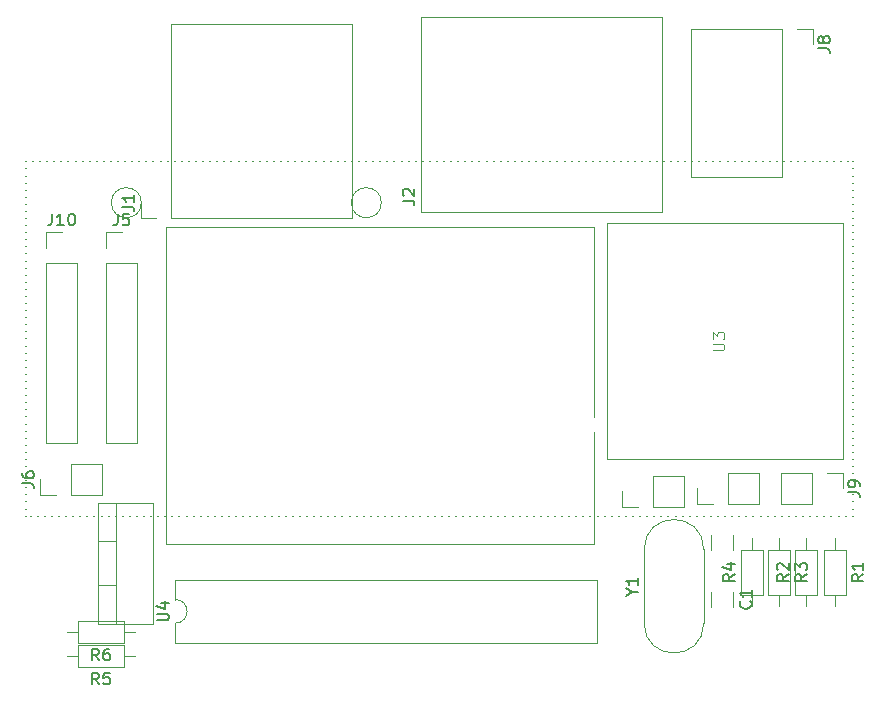
<source format=gbr>
%TF.GenerationSoftware,KiCad,Pcbnew,7.0.8*%
%TF.CreationDate,2023-10-23T02:42:37-06:00*%
%TF.ProjectId,Piso_12,5069736f-5f31-4322-9e6b-696361645f70,rev?*%
%TF.SameCoordinates,Original*%
%TF.FileFunction,Legend,Top*%
%TF.FilePolarity,Positive*%
%FSLAX46Y46*%
G04 Gerber Fmt 4.6, Leading zero omitted, Abs format (unit mm)*
G04 Created by KiCad (PCBNEW 7.0.8) date 2023-10-23 02:42:37*
%MOMM*%
%LPD*%
G01*
G04 APERTURE LIST*
%ADD10C,0.150000*%
%ADD11C,0.100000*%
%ADD12C,0.120000*%
G04 APERTURE END LIST*
D10*
X-5000000Y0D02*
X-5000000Y0D01*
X-4400000Y0D02*
X-4400000Y0D01*
X-3800000Y0D02*
X-3800000Y0D01*
X-3200000Y0D02*
X-3200000Y0D01*
X-2600000Y0D02*
X-2600000Y0D01*
X-2000000Y0D02*
X-2000000Y0D01*
X-1400000Y0D02*
X-1400000Y0D01*
X-800000Y0D02*
X-800000Y0D01*
X-200000Y0D02*
X-200000Y0D01*
X400000Y0D02*
X400000Y0D01*
X1000000Y0D02*
X1000000Y0D01*
X1600000Y0D02*
X1600000Y0D01*
X2200000Y0D02*
X2200000Y0D01*
X2800000Y0D02*
X2800000Y0D01*
X3400000Y0D02*
X3400000Y0D01*
X4000000Y0D02*
X4000000Y0D01*
X4600000Y0D02*
X4600000Y0D01*
X5200000Y0D02*
X5200000Y0D01*
X5800000Y0D02*
X5800000Y0D01*
X6400000Y0D02*
X6400000Y0D01*
X7000000Y0D02*
X7000000Y0D01*
X7600000Y0D02*
X7600000Y0D01*
X8200000Y0D02*
X8200000Y0D01*
X8800000Y0D02*
X8800000Y0D01*
X9400000Y0D02*
X9400000Y0D01*
X10000000Y0D02*
X10000000Y0D01*
X10600000Y0D02*
X10600000Y0D01*
X11200000Y0D02*
X11200000Y0D01*
X11800000Y0D02*
X11800000Y0D01*
X12400000Y0D02*
X12400000Y0D01*
X13000000Y0D02*
X13000000Y0D01*
X13600000Y0D02*
X13600000Y0D01*
X14200000Y0D02*
X14200000Y0D01*
X14800000Y0D02*
X14800000Y0D01*
X15400000Y0D02*
X15400000Y0D01*
X16000000Y0D02*
X16000000Y0D01*
X16600000Y0D02*
X16600000Y0D01*
X17200000Y0D02*
X17200000Y0D01*
X17800000Y0D02*
X17800000Y0D01*
X18400000Y0D02*
X18400000Y0D01*
X19000000Y0D02*
X19000000Y0D01*
X19600000Y0D02*
X19600000Y0D01*
X20200000Y0D02*
X20200000Y0D01*
X20800000Y0D02*
X20800000Y0D01*
X21400000Y0D02*
X21400000Y0D01*
X22000000Y0D02*
X22000000Y0D01*
X22600000Y0D02*
X22600000Y0D01*
X23200000Y0D02*
X23200000Y0D01*
X23800000Y0D02*
X23800000Y0D01*
X24400000Y0D02*
X24400000Y0D01*
X25000000Y0D02*
X25000000Y0D01*
X25600000Y0D02*
X25600000Y0D01*
X26200000Y0D02*
X26200000Y0D01*
X26800000Y0D02*
X26800000Y0D01*
X27400000Y0D02*
X27400000Y0D01*
X28000000Y0D02*
X28000000Y0D01*
X28600000Y0D02*
X28600000Y0D01*
X29200000Y0D02*
X29200000Y0D01*
X29800000Y0D02*
X29800000Y0D01*
X30400000Y0D02*
X30400000Y0D01*
X31000000Y0D02*
X31000000Y0D01*
X31600000Y0D02*
X31600000Y0D01*
X32200000Y0D02*
X32200000Y0D01*
X32800000Y0D02*
X32800000Y0D01*
X33400000Y0D02*
X33400000Y0D01*
X34000000Y0D02*
X34000000Y0D01*
X34600000Y0D02*
X34600000Y0D01*
X35200000Y0D02*
X35200000Y0D01*
X35800000Y0D02*
X35800000Y0D01*
X36400000Y0D02*
X36400000Y0D01*
X37000000Y0D02*
X37000000Y0D01*
X37600000Y0D02*
X37600000Y0D01*
X38200000Y0D02*
X38200000Y0D01*
X38800000Y0D02*
X38800000Y0D01*
X39400000Y0D02*
X39400000Y0D01*
X40000000Y0D02*
X40000000Y0D01*
X40600000Y0D02*
X40600000Y0D01*
X41200000Y0D02*
X41200000Y0D01*
X41800000Y0D02*
X41800000Y0D01*
X42400000Y0D02*
X42400000Y0D01*
X43000000Y0D02*
X43000000Y0D01*
X43600000Y0D02*
X43600000Y0D01*
X44200000Y0D02*
X44200000Y0D01*
X44800000Y0D02*
X44800000Y0D01*
X45400000Y0D02*
X45400000Y0D01*
X46000000Y0D02*
X46000000Y0D01*
X46600000Y0D02*
X46600000Y0D01*
X47200000Y0D02*
X47200000Y0D01*
X47800000Y0D02*
X47800000Y0D01*
X48400000Y0D02*
X48400000Y0D01*
X49000000Y0D02*
X49000000Y0D01*
X49600000Y0D02*
X49600000Y0D01*
X50200000Y0D02*
X50200000Y0D01*
X50800000Y0D02*
X50800000Y0D01*
X51400000Y0D02*
X51400000Y0D01*
X52000000Y0D02*
X52000000Y0D01*
X52600000Y0D02*
X52600000Y0D01*
X53200000Y0D02*
X53200000Y0D01*
X53800000Y0D02*
X53800000Y0D01*
X54400000Y0D02*
X54400000Y0D01*
X55000000Y0D02*
X55000000Y0D01*
X55600000Y0D02*
X55600000Y0D01*
X56200000Y0D02*
X56200000Y0D01*
X56800000Y0D02*
X56800000Y0D01*
X57400000Y0D02*
X57400000Y0D01*
X58000000Y0D02*
X58000000Y0D01*
X58600000Y0D02*
X58600000Y0D01*
X59200000Y0D02*
X59200000Y0D01*
X59800000Y0D02*
X59800000Y0D01*
X60400000Y0D02*
X60400000Y0D01*
X61000000Y0D02*
X61000000Y0D01*
X61600000Y0D02*
X61600000Y0D01*
X62200000Y0D02*
X62200000Y0D01*
X62800000Y0D02*
X62800000Y0D01*
X63400000Y0D02*
X63400000Y0D01*
X64000000Y0D02*
X64000000Y0D01*
X64600000Y0D02*
X64600000Y0D01*
X65000000Y0D02*
X65000000Y0D01*
X65000000Y-600000D02*
X65000000Y-600000D01*
X65000000Y-1200000D02*
X65000000Y-1200000D01*
X65000000Y-1800000D02*
X65000000Y-1800000D01*
X65000000Y-2400000D02*
X65000000Y-2400000D01*
X65000000Y-3000000D02*
X65000000Y-3000000D01*
X65000000Y-3600000D02*
X65000000Y-3600000D01*
X65000000Y-4200000D02*
X65000000Y-4200000D01*
X65000000Y-4800000D02*
X65000000Y-4800000D01*
X65000000Y-5400000D02*
X65000000Y-5400000D01*
X65000000Y-6000000D02*
X65000000Y-6000000D01*
X65000000Y-6600000D02*
X65000000Y-6600000D01*
X65000000Y-7200000D02*
X65000000Y-7200000D01*
X65000000Y-7800000D02*
X65000000Y-7800000D01*
X65000000Y-8400000D02*
X65000000Y-8400000D01*
X65000000Y-9000000D02*
X65000000Y-9000000D01*
X65000000Y-9600000D02*
X65000000Y-9600000D01*
X65000000Y-10200000D02*
X65000000Y-10200000D01*
X65000000Y-10800000D02*
X65000000Y-10800000D01*
X65000000Y-11400000D02*
X65000000Y-11400000D01*
X65000000Y-12000000D02*
X65000000Y-12000000D01*
X65000000Y-12600000D02*
X65000000Y-12600000D01*
X65000000Y-13200000D02*
X65000000Y-13200000D01*
X65000000Y-13800000D02*
X65000000Y-13800000D01*
X65000000Y-14400000D02*
X65000000Y-14400000D01*
X65000000Y-15000000D02*
X65000000Y-15000000D01*
X65000000Y-15600000D02*
X65000000Y-15600000D01*
X65000000Y-16200000D02*
X65000000Y-16200000D01*
X65000000Y-16800000D02*
X65000000Y-16800000D01*
X65000000Y-17400000D02*
X65000000Y-17400000D01*
X65000000Y-18000000D02*
X65000000Y-18000000D01*
X65000000Y-18600000D02*
X65000000Y-18600000D01*
X65000000Y-19200000D02*
X65000000Y-19200000D01*
X65000000Y-19800000D02*
X65000000Y-19800000D01*
X65000000Y-20400000D02*
X65000000Y-20400000D01*
X65000000Y-21000000D02*
X65000000Y-21000000D01*
X65000000Y-21600000D02*
X65000000Y-21600000D01*
X65000000Y-22200000D02*
X65000000Y-22200000D01*
X65000000Y-22800000D02*
X65000000Y-22800000D01*
X65000000Y-23400000D02*
X65000000Y-23400000D01*
X65000000Y-24000000D02*
X65000000Y-24000000D01*
X65000000Y-24600000D02*
X65000000Y-24600000D01*
X65000000Y-25200000D02*
X65000000Y-25200000D01*
X65000000Y-25800000D02*
X65000000Y-25800000D01*
X65000000Y-26400000D02*
X65000000Y-26400000D01*
X65000000Y-27000000D02*
X65000000Y-27000000D01*
X65000000Y-27600000D02*
X65000000Y-27600000D01*
X65000000Y-28200000D02*
X65000000Y-28200000D01*
X65000000Y-28800000D02*
X65000000Y-28800000D01*
X65000000Y-29400000D02*
X65000000Y-29400000D01*
X65000000Y-30000000D02*
X65000000Y-30000000D01*
X65000000Y-30000000D02*
X65000000Y-30000000D01*
X64400000Y-30000000D02*
X64400000Y-30000000D01*
X63800000Y-30000000D02*
X63800000Y-30000000D01*
X63200000Y-30000000D02*
X63200000Y-30000000D01*
X62600000Y-30000000D02*
X62600000Y-30000000D01*
X62000000Y-30000000D02*
X62000000Y-30000000D01*
X61400000Y-30000000D02*
X61400000Y-30000000D01*
X60800000Y-30000000D02*
X60800000Y-30000000D01*
X60200000Y-30000000D02*
X60200000Y-30000000D01*
X59600000Y-30000000D02*
X59600000Y-30000000D01*
X59000000Y-30000000D02*
X59000000Y-30000000D01*
X58400000Y-30000000D02*
X58400000Y-30000000D01*
X57800000Y-30000000D02*
X57800000Y-30000000D01*
X57200000Y-30000000D02*
X57200000Y-30000000D01*
X56600000Y-30000000D02*
X56600000Y-30000000D01*
X56000000Y-30000000D02*
X56000000Y-30000000D01*
X55400000Y-30000000D02*
X55400000Y-30000000D01*
X54800000Y-30000000D02*
X54800000Y-30000000D01*
X54200000Y-30000000D02*
X54200000Y-30000000D01*
X53600000Y-30000000D02*
X53600000Y-30000000D01*
X53000000Y-30000000D02*
X53000000Y-30000000D01*
X52400000Y-30000000D02*
X52400000Y-30000000D01*
X51800000Y-30000000D02*
X51800000Y-30000000D01*
X51200000Y-30000000D02*
X51200000Y-30000000D01*
X50600000Y-30000000D02*
X50600000Y-30000000D01*
X50000000Y-30000000D02*
X50000000Y-30000000D01*
X49400000Y-30000000D02*
X49400000Y-30000000D01*
X48800000Y-30000000D02*
X48800000Y-30000000D01*
X48200000Y-30000000D02*
X48200000Y-30000000D01*
X47600000Y-30000000D02*
X47600000Y-30000000D01*
X47000000Y-30000000D02*
X47000000Y-30000000D01*
X46400000Y-30000000D02*
X46400000Y-30000000D01*
X45800000Y-30000000D02*
X45800000Y-30000000D01*
X45200000Y-30000000D02*
X45200000Y-30000000D01*
X44600000Y-30000000D02*
X44600000Y-30000000D01*
X44000000Y-30000000D02*
X44000000Y-30000000D01*
X43400000Y-30000000D02*
X43400000Y-30000000D01*
X42800000Y-30000000D02*
X42800000Y-30000000D01*
X42200000Y-30000000D02*
X42200000Y-30000000D01*
X41600000Y-30000000D02*
X41600000Y-30000000D01*
X41000000Y-30000000D02*
X41000000Y-30000000D01*
X40400000Y-30000000D02*
X40400000Y-30000000D01*
X39800000Y-30000000D02*
X39800000Y-30000000D01*
X39200000Y-30000000D02*
X39200000Y-30000000D01*
X38600000Y-30000000D02*
X38600000Y-30000000D01*
X38000000Y-30000000D02*
X38000000Y-30000000D01*
X37400000Y-30000000D02*
X37400000Y-30000000D01*
X36800000Y-30000000D02*
X36800000Y-30000000D01*
X36200000Y-30000000D02*
X36200000Y-30000000D01*
X35600000Y-30000000D02*
X35600000Y-30000000D01*
X35000000Y-30000000D02*
X35000000Y-30000000D01*
X34400000Y-30000000D02*
X34400000Y-30000000D01*
X33800000Y-30000000D02*
X33800000Y-30000000D01*
X33200000Y-30000000D02*
X33200000Y-30000000D01*
X32600000Y-30000000D02*
X32600000Y-30000000D01*
X32000000Y-30000000D02*
X32000000Y-30000000D01*
X31400000Y-30000000D02*
X31400000Y-30000000D01*
X30800000Y-30000000D02*
X30800000Y-30000000D01*
X30200000Y-30000000D02*
X30200000Y-30000000D01*
X29600000Y-30000000D02*
X29600000Y-30000000D01*
X29000000Y-30000000D02*
X29000000Y-30000000D01*
X28400000Y-30000000D02*
X28400000Y-30000000D01*
X27800000Y-30000000D02*
X27800000Y-30000000D01*
X27200000Y-30000000D02*
X27200000Y-30000000D01*
X26600000Y-30000000D02*
X26600000Y-30000000D01*
X26000000Y-30000000D02*
X26000000Y-30000000D01*
X25400000Y-30000000D02*
X25400000Y-30000000D01*
X24800000Y-30000000D02*
X24800000Y-30000000D01*
X24200000Y-30000000D02*
X24200000Y-30000000D01*
X23600000Y-30000000D02*
X23600000Y-30000000D01*
X23000000Y-30000000D02*
X23000000Y-30000000D01*
X22400000Y-30000000D02*
X22400000Y-30000000D01*
X21800000Y-30000000D02*
X21800000Y-30000000D01*
X21200000Y-30000000D02*
X21200000Y-30000000D01*
X20600000Y-30000000D02*
X20600000Y-30000000D01*
X20000000Y-30000000D02*
X20000000Y-30000000D01*
X19400000Y-30000000D02*
X19400000Y-30000000D01*
X18800000Y-30000000D02*
X18800000Y-30000000D01*
X18200000Y-30000000D02*
X18200000Y-30000000D01*
X17600000Y-30000000D02*
X17600000Y-30000000D01*
X17000000Y-30000000D02*
X17000000Y-30000000D01*
X16400000Y-30000000D02*
X16400000Y-30000000D01*
X15800000Y-30000000D02*
X15800000Y-30000000D01*
X15200000Y-30000000D02*
X15200000Y-30000000D01*
X14600000Y-30000000D02*
X14600000Y-30000000D01*
X14000000Y-30000000D02*
X14000000Y-30000000D01*
X13400000Y-30000000D02*
X13400000Y-30000000D01*
X12800000Y-30000000D02*
X12800000Y-30000000D01*
X12200000Y-30000000D02*
X12200000Y-30000000D01*
X11600000Y-30000000D02*
X11600000Y-30000000D01*
X11000000Y-30000000D02*
X11000000Y-30000000D01*
X10400000Y-30000000D02*
X10400000Y-30000000D01*
X9800000Y-30000000D02*
X9800000Y-30000000D01*
X9200000Y-30000000D02*
X9200000Y-30000000D01*
X8600000Y-30000000D02*
X8600000Y-30000000D01*
X8000000Y-30000000D02*
X8000000Y-30000000D01*
X7400000Y-30000000D02*
X7400000Y-30000000D01*
X6800000Y-30000000D02*
X6800000Y-30000000D01*
X6200000Y-30000000D02*
X6200000Y-30000000D01*
X5600000Y-30000000D02*
X5600000Y-30000000D01*
X5000000Y-30000000D02*
X5000000Y-30000000D01*
X4400000Y-30000000D02*
X4400000Y-30000000D01*
X3800000Y-30000000D02*
X3800000Y-30000000D01*
X3200000Y-30000000D02*
X3200000Y-30000000D01*
X2600000Y-30000000D02*
X2600000Y-30000000D01*
X2000000Y-30000000D02*
X2000000Y-30000000D01*
X1400000Y-30000000D02*
X1400000Y-30000000D01*
X800000Y-30000000D02*
X800000Y-30000000D01*
X200000Y-30000000D02*
X200000Y-30000000D01*
X-400000Y-30000000D02*
X-400000Y-30000000D01*
X-1000000Y-30000000D02*
X-1000000Y-30000000D01*
X-1600000Y-30000000D02*
X-1600000Y-30000000D01*
X-2200000Y-30000000D02*
X-2200000Y-30000000D01*
X-2800000Y-30000000D02*
X-2800000Y-30000000D01*
X-3400000Y-30000000D02*
X-3400000Y-30000000D01*
X-4000000Y-30000000D02*
X-4000000Y-30000000D01*
X-4600000Y-30000000D02*
X-4600000Y-30000000D01*
X-5000000Y-30000000D02*
X-5000000Y-30000000D01*
X-5000000Y-29400000D02*
X-5000000Y-29400000D01*
X-5000000Y-28800000D02*
X-5000000Y-28800000D01*
X-5000000Y-28200000D02*
X-5000000Y-28200000D01*
X-5000000Y-27600000D02*
X-5000000Y-27600000D01*
X-5000000Y-27000000D02*
X-5000000Y-27000000D01*
X-5000000Y-26400000D02*
X-5000000Y-26400000D01*
X-5000000Y-25800000D02*
X-5000000Y-25800000D01*
X-5000000Y-25200000D02*
X-5000000Y-25200000D01*
X-5000000Y-24600000D02*
X-5000000Y-24600000D01*
X-5000000Y-24000000D02*
X-5000000Y-24000000D01*
X-5000000Y-23400000D02*
X-5000000Y-23400000D01*
X-5000000Y-22800000D02*
X-5000000Y-22800000D01*
X-5000000Y-22200000D02*
X-5000000Y-22200000D01*
X-5000000Y-21600000D02*
X-5000000Y-21600000D01*
X-5000000Y-21000000D02*
X-5000000Y-21000000D01*
X-5000000Y-20400000D02*
X-5000000Y-20400000D01*
X-5000000Y-19800000D02*
X-5000000Y-19800000D01*
X-5000000Y-19200000D02*
X-5000000Y-19200000D01*
X-5000000Y-18600000D02*
X-5000000Y-18600000D01*
X-5000000Y-18000000D02*
X-5000000Y-18000000D01*
X-5000000Y-17400000D02*
X-5000000Y-17400000D01*
X-5000000Y-16800000D02*
X-5000000Y-16800000D01*
X-5000000Y-16200000D02*
X-5000000Y-16200000D01*
X-5000000Y-15600000D02*
X-5000000Y-15600000D01*
X-5000000Y-15000000D02*
X-5000000Y-15000000D01*
X-5000000Y-14400000D02*
X-5000000Y-14400000D01*
X-5000000Y-13800000D02*
X-5000000Y-13800000D01*
X-5000000Y-13200000D02*
X-5000000Y-13200000D01*
X-5000000Y-12600000D02*
X-5000000Y-12600000D01*
X-5000000Y-12000000D02*
X-5000000Y-12000000D01*
X-5000000Y-11400000D02*
X-5000000Y-11400000D01*
X-5000000Y-10800000D02*
X-5000000Y-10800000D01*
X-5000000Y-10200000D02*
X-5000000Y-10200000D01*
X-5000000Y-9600000D02*
X-5000000Y-9600000D01*
X-5000000Y-9000000D02*
X-5000000Y-9000000D01*
X-5000000Y-8400000D02*
X-5000000Y-8400000D01*
X-5000000Y-7800000D02*
X-5000000Y-7800000D01*
X-5000000Y-7200000D02*
X-5000000Y-7200000D01*
X-5000000Y-6600000D02*
X-5000000Y-6600000D01*
X-5000000Y-6000000D02*
X-5000000Y-6000000D01*
X-5000000Y-5400000D02*
X-5000000Y-5400000D01*
X-5000000Y-4800000D02*
X-5000000Y-4800000D01*
X-5000000Y-4200000D02*
X-5000000Y-4200000D01*
X-5000000Y-3600000D02*
X-5000000Y-3600000D01*
X-5000000Y-3000000D02*
X-5000000Y-3000000D01*
X-5000000Y-2400000D02*
X-5000000Y-2400000D01*
X-5000000Y-1800000D02*
X-5000000Y-1800000D01*
X-5000000Y-1200000D02*
X-5000000Y-1200000D01*
X-5000000Y-600000D02*
X-5000000Y-600000D01*
X-5000000Y0D02*
X-5000000Y0D01*
X61128819Y-34964666D02*
X60652628Y-35297999D01*
X61128819Y-35536094D02*
X60128819Y-35536094D01*
X60128819Y-35536094D02*
X60128819Y-35155142D01*
X60128819Y-35155142D02*
X60176438Y-35059904D01*
X60176438Y-35059904D02*
X60224057Y-35012285D01*
X60224057Y-35012285D02*
X60319295Y-34964666D01*
X60319295Y-34964666D02*
X60462152Y-34964666D01*
X60462152Y-34964666D02*
X60557390Y-35012285D01*
X60557390Y-35012285D02*
X60605009Y-35059904D01*
X60605009Y-35059904D02*
X60652628Y-35155142D01*
X60652628Y-35155142D02*
X60652628Y-35536094D01*
X60128819Y-34631332D02*
X60128819Y-34012285D01*
X60128819Y-34012285D02*
X60509771Y-34345618D01*
X60509771Y-34345618D02*
X60509771Y-34202761D01*
X60509771Y-34202761D02*
X60557390Y-34107523D01*
X60557390Y-34107523D02*
X60605009Y-34059904D01*
X60605009Y-34059904D02*
X60700247Y-34012285D01*
X60700247Y-34012285D02*
X60938342Y-34012285D01*
X60938342Y-34012285D02*
X61033580Y-34059904D01*
X61033580Y-34059904D02*
X61081200Y-34107523D01*
X61081200Y-34107523D02*
X61128819Y-34202761D01*
X61128819Y-34202761D02*
X61128819Y-34488475D01*
X61128819Y-34488475D02*
X61081200Y-34583713D01*
X61081200Y-34583713D02*
X61033580Y-34631332D01*
X55002819Y-34964666D02*
X54526628Y-35297999D01*
X55002819Y-35536094D02*
X54002819Y-35536094D01*
X54002819Y-35536094D02*
X54002819Y-35155142D01*
X54002819Y-35155142D02*
X54050438Y-35059904D01*
X54050438Y-35059904D02*
X54098057Y-35012285D01*
X54098057Y-35012285D02*
X54193295Y-34964666D01*
X54193295Y-34964666D02*
X54336152Y-34964666D01*
X54336152Y-34964666D02*
X54431390Y-35012285D01*
X54431390Y-35012285D02*
X54479009Y-35059904D01*
X54479009Y-35059904D02*
X54526628Y-35155142D01*
X54526628Y-35155142D02*
X54526628Y-35536094D01*
X54336152Y-34107523D02*
X55002819Y-34107523D01*
X53955200Y-34345618D02*
X54669485Y-34583713D01*
X54669485Y-34583713D02*
X54669485Y-33964666D01*
X-2789523Y-4424819D02*
X-2789523Y-5139104D01*
X-2789523Y-5139104D02*
X-2837142Y-5281961D01*
X-2837142Y-5281961D02*
X-2932380Y-5377200D01*
X-2932380Y-5377200D02*
X-3075237Y-5424819D01*
X-3075237Y-5424819D02*
X-3170475Y-5424819D01*
X-1789523Y-5424819D02*
X-2360951Y-5424819D01*
X-2075237Y-5424819D02*
X-2075237Y-4424819D01*
X-2075237Y-4424819D02*
X-2170475Y-4567676D01*
X-2170475Y-4567676D02*
X-2265713Y-4662914D01*
X-2265713Y-4662914D02*
X-2360951Y-4710533D01*
X-1170475Y-4424819D02*
X-1075237Y-4424819D01*
X-1075237Y-4424819D02*
X-979999Y-4472438D01*
X-979999Y-4472438D02*
X-932380Y-4520057D01*
X-932380Y-4520057D02*
X-884761Y-4615295D01*
X-884761Y-4615295D02*
X-837142Y-4805771D01*
X-837142Y-4805771D02*
X-837142Y-5043866D01*
X-837142Y-5043866D02*
X-884761Y-5234342D01*
X-884761Y-5234342D02*
X-932380Y-5329580D01*
X-932380Y-5329580D02*
X-979999Y-5377200D01*
X-979999Y-5377200D02*
X-1075237Y-5424819D01*
X-1075237Y-5424819D02*
X-1170475Y-5424819D01*
X-1170475Y-5424819D02*
X-1265713Y-5377200D01*
X-1265713Y-5377200D02*
X-1313332Y-5329580D01*
X-1313332Y-5329580D02*
X-1360951Y-5234342D01*
X-1360951Y-5234342D02*
X-1408570Y-5043866D01*
X-1408570Y-5043866D02*
X-1408570Y-4805771D01*
X-1408570Y-4805771D02*
X-1360951Y-4615295D01*
X-1360951Y-4615295D02*
X-1313332Y-4520057D01*
X-1313332Y-4520057D02*
X-1265713Y-4472438D01*
X-1265713Y-4472438D02*
X-1170475Y-4424819D01*
X1183333Y-42252819D02*
X850000Y-41776628D01*
X611905Y-42252819D02*
X611905Y-41252819D01*
X611905Y-41252819D02*
X992857Y-41252819D01*
X992857Y-41252819D02*
X1088095Y-41300438D01*
X1088095Y-41300438D02*
X1135714Y-41348057D01*
X1135714Y-41348057D02*
X1183333Y-41443295D01*
X1183333Y-41443295D02*
X1183333Y-41586152D01*
X1183333Y-41586152D02*
X1135714Y-41681390D01*
X1135714Y-41681390D02*
X1088095Y-41729009D01*
X1088095Y-41729009D02*
X992857Y-41776628D01*
X992857Y-41776628D02*
X611905Y-41776628D01*
X2040476Y-41252819D02*
X1850000Y-41252819D01*
X1850000Y-41252819D02*
X1754762Y-41300438D01*
X1754762Y-41300438D02*
X1707143Y-41348057D01*
X1707143Y-41348057D02*
X1611905Y-41490914D01*
X1611905Y-41490914D02*
X1564286Y-41681390D01*
X1564286Y-41681390D02*
X1564286Y-42062342D01*
X1564286Y-42062342D02*
X1611905Y-42157580D01*
X1611905Y-42157580D02*
X1659524Y-42205200D01*
X1659524Y-42205200D02*
X1754762Y-42252819D01*
X1754762Y-42252819D02*
X1945238Y-42252819D01*
X1945238Y-42252819D02*
X2040476Y-42205200D01*
X2040476Y-42205200D02*
X2088095Y-42157580D01*
X2088095Y-42157580D02*
X2135714Y-42062342D01*
X2135714Y-42062342D02*
X2135714Y-41824247D01*
X2135714Y-41824247D02*
X2088095Y-41729009D01*
X2088095Y-41729009D02*
X2040476Y-41681390D01*
X2040476Y-41681390D02*
X1945238Y-41633771D01*
X1945238Y-41633771D02*
X1754762Y-41633771D01*
X1754762Y-41633771D02*
X1659524Y-41681390D01*
X1659524Y-41681390D02*
X1611905Y-41729009D01*
X1611905Y-41729009D02*
X1564286Y-41824247D01*
X59574819Y-34964666D02*
X59098628Y-35297999D01*
X59574819Y-35536094D02*
X58574819Y-35536094D01*
X58574819Y-35536094D02*
X58574819Y-35155142D01*
X58574819Y-35155142D02*
X58622438Y-35059904D01*
X58622438Y-35059904D02*
X58670057Y-35012285D01*
X58670057Y-35012285D02*
X58765295Y-34964666D01*
X58765295Y-34964666D02*
X58908152Y-34964666D01*
X58908152Y-34964666D02*
X59003390Y-35012285D01*
X59003390Y-35012285D02*
X59051009Y-35059904D01*
X59051009Y-35059904D02*
X59098628Y-35155142D01*
X59098628Y-35155142D02*
X59098628Y-35536094D01*
X58670057Y-34583713D02*
X58622438Y-34536094D01*
X58622438Y-34536094D02*
X58574819Y-34440856D01*
X58574819Y-34440856D02*
X58574819Y-34202761D01*
X58574819Y-34202761D02*
X58622438Y-34107523D01*
X58622438Y-34107523D02*
X58670057Y-34059904D01*
X58670057Y-34059904D02*
X58765295Y-34012285D01*
X58765295Y-34012285D02*
X58860533Y-34012285D01*
X58860533Y-34012285D02*
X59003390Y-34059904D01*
X59003390Y-34059904D02*
X59574819Y-34631332D01*
X59574819Y-34631332D02*
X59574819Y-34012285D01*
X3164819Y-3833333D02*
X3879104Y-3833333D01*
X3879104Y-3833333D02*
X4021961Y-3880952D01*
X4021961Y-3880952D02*
X4117200Y-3976190D01*
X4117200Y-3976190D02*
X4164819Y-4119047D01*
X4164819Y-4119047D02*
X4164819Y-4214285D01*
X4164819Y-2833333D02*
X4164819Y-3404761D01*
X4164819Y-3119047D02*
X3164819Y-3119047D01*
X3164819Y-3119047D02*
X3307676Y-3214285D01*
X3307676Y-3214285D02*
X3402914Y-3309523D01*
X3402914Y-3309523D02*
X3450533Y-3404761D01*
X6094819Y-38861904D02*
X6904342Y-38861904D01*
X6904342Y-38861904D02*
X6999580Y-38814285D01*
X6999580Y-38814285D02*
X7047200Y-38766666D01*
X7047200Y-38766666D02*
X7094819Y-38671428D01*
X7094819Y-38671428D02*
X7094819Y-38480952D01*
X7094819Y-38480952D02*
X7047200Y-38385714D01*
X7047200Y-38385714D02*
X6999580Y-38338095D01*
X6999580Y-38338095D02*
X6904342Y-38290476D01*
X6904342Y-38290476D02*
X6094819Y-38290476D01*
X6428152Y-37385714D02*
X7094819Y-37385714D01*
X6047200Y-37623809D02*
X6761485Y-37861904D01*
X6761485Y-37861904D02*
X6761485Y-37242857D01*
X46317628Y-36454190D02*
X46793819Y-36454190D01*
X45793819Y-36787523D02*
X46317628Y-36454190D01*
X46317628Y-36454190D02*
X45793819Y-36120857D01*
X46793819Y-35263714D02*
X46793819Y-35835142D01*
X46793819Y-35549428D02*
X45793819Y-35549428D01*
X45793819Y-35549428D02*
X45936676Y-35644666D01*
X45936676Y-35644666D02*
X46031914Y-35739904D01*
X46031914Y-35739904D02*
X46079533Y-35835142D01*
X56337580Y-37250666D02*
X56385200Y-37298285D01*
X56385200Y-37298285D02*
X56432819Y-37441142D01*
X56432819Y-37441142D02*
X56432819Y-37536380D01*
X56432819Y-37536380D02*
X56385200Y-37679237D01*
X56385200Y-37679237D02*
X56289961Y-37774475D01*
X56289961Y-37774475D02*
X56194723Y-37822094D01*
X56194723Y-37822094D02*
X56004247Y-37869713D01*
X56004247Y-37869713D02*
X55861390Y-37869713D01*
X55861390Y-37869713D02*
X55670914Y-37822094D01*
X55670914Y-37822094D02*
X55575676Y-37774475D01*
X55575676Y-37774475D02*
X55480438Y-37679237D01*
X55480438Y-37679237D02*
X55432819Y-37536380D01*
X55432819Y-37536380D02*
X55432819Y-37441142D01*
X55432819Y-37441142D02*
X55480438Y-37298285D01*
X55480438Y-37298285D02*
X55528057Y-37250666D01*
X56432819Y-36298285D02*
X56432819Y-36869713D01*
X56432819Y-36583999D02*
X55432819Y-36583999D01*
X55432819Y-36583999D02*
X55575676Y-36679237D01*
X55575676Y-36679237D02*
X55670914Y-36774475D01*
X55670914Y-36774475D02*
X55718533Y-36869713D01*
X64602819Y-28019333D02*
X65317104Y-28019333D01*
X65317104Y-28019333D02*
X65459961Y-28066952D01*
X65459961Y-28066952D02*
X65555200Y-28162190D01*
X65555200Y-28162190D02*
X65602819Y-28305047D01*
X65602819Y-28305047D02*
X65602819Y-28400285D01*
X65602819Y-27495523D02*
X65602819Y-27305047D01*
X65602819Y-27305047D02*
X65555200Y-27209809D01*
X65555200Y-27209809D02*
X65507580Y-27162190D01*
X65507580Y-27162190D02*
X65364723Y-27066952D01*
X65364723Y-27066952D02*
X65174247Y-27019333D01*
X65174247Y-27019333D02*
X64793295Y-27019333D01*
X64793295Y-27019333D02*
X64698057Y-27066952D01*
X64698057Y-27066952D02*
X64650438Y-27114571D01*
X64650438Y-27114571D02*
X64602819Y-27209809D01*
X64602819Y-27209809D02*
X64602819Y-27400285D01*
X64602819Y-27400285D02*
X64650438Y-27495523D01*
X64650438Y-27495523D02*
X64698057Y-27543142D01*
X64698057Y-27543142D02*
X64793295Y-27590761D01*
X64793295Y-27590761D02*
X65031390Y-27590761D01*
X65031390Y-27590761D02*
X65126628Y-27543142D01*
X65126628Y-27543142D02*
X65174247Y-27495523D01*
X65174247Y-27495523D02*
X65221866Y-27400285D01*
X65221866Y-27400285D02*
X65221866Y-27209809D01*
X65221866Y-27209809D02*
X65174247Y-27114571D01*
X65174247Y-27114571D02*
X65126628Y-27066952D01*
X65126628Y-27066952D02*
X65031390Y-27019333D01*
X1183333Y-44284819D02*
X850000Y-43808628D01*
X611905Y-44284819D02*
X611905Y-43284819D01*
X611905Y-43284819D02*
X992857Y-43284819D01*
X992857Y-43284819D02*
X1088095Y-43332438D01*
X1088095Y-43332438D02*
X1135714Y-43380057D01*
X1135714Y-43380057D02*
X1183333Y-43475295D01*
X1183333Y-43475295D02*
X1183333Y-43618152D01*
X1183333Y-43618152D02*
X1135714Y-43713390D01*
X1135714Y-43713390D02*
X1088095Y-43761009D01*
X1088095Y-43761009D02*
X992857Y-43808628D01*
X992857Y-43808628D02*
X611905Y-43808628D01*
X2088095Y-43284819D02*
X1611905Y-43284819D01*
X1611905Y-43284819D02*
X1564286Y-43761009D01*
X1564286Y-43761009D02*
X1611905Y-43713390D01*
X1611905Y-43713390D02*
X1707143Y-43665771D01*
X1707143Y-43665771D02*
X1945238Y-43665771D01*
X1945238Y-43665771D02*
X2040476Y-43713390D01*
X2040476Y-43713390D02*
X2088095Y-43761009D01*
X2088095Y-43761009D02*
X2135714Y-43856247D01*
X2135714Y-43856247D02*
X2135714Y-44094342D01*
X2135714Y-44094342D02*
X2088095Y-44189580D01*
X2088095Y-44189580D02*
X2040476Y-44237200D01*
X2040476Y-44237200D02*
X1945238Y-44284819D01*
X1945238Y-44284819D02*
X1707143Y-44284819D01*
X1707143Y-44284819D02*
X1611905Y-44237200D01*
X1611905Y-44237200D02*
X1564286Y-44189580D01*
D11*
X53139419Y-16001904D02*
X53948942Y-16001904D01*
X53948942Y-16001904D02*
X54044180Y-15954285D01*
X54044180Y-15954285D02*
X54091800Y-15906666D01*
X54091800Y-15906666D02*
X54139419Y-15811428D01*
X54139419Y-15811428D02*
X54139419Y-15620952D01*
X54139419Y-15620952D02*
X54091800Y-15525714D01*
X54091800Y-15525714D02*
X54044180Y-15478095D01*
X54044180Y-15478095D02*
X53948942Y-15430476D01*
X53948942Y-15430476D02*
X53139419Y-15430476D01*
X53139419Y-15049523D02*
X53139419Y-14430476D01*
X53139419Y-14430476D02*
X53520371Y-14763809D01*
X53520371Y-14763809D02*
X53520371Y-14620952D01*
X53520371Y-14620952D02*
X53567990Y-14525714D01*
X53567990Y-14525714D02*
X53615609Y-14478095D01*
X53615609Y-14478095D02*
X53710847Y-14430476D01*
X53710847Y-14430476D02*
X53948942Y-14430476D01*
X53948942Y-14430476D02*
X54044180Y-14478095D01*
X54044180Y-14478095D02*
X54091800Y-14525714D01*
X54091800Y-14525714D02*
X54139419Y-14620952D01*
X54139419Y-14620952D02*
X54139419Y-14906666D01*
X54139419Y-14906666D02*
X54091800Y-15001904D01*
X54091800Y-15001904D02*
X54044180Y-15049523D01*
D10*
X-5335180Y-27257333D02*
X-4620895Y-27257333D01*
X-4620895Y-27257333D02*
X-4478038Y-27304952D01*
X-4478038Y-27304952D02*
X-4382800Y-27400190D01*
X-4382800Y-27400190D02*
X-4335180Y-27543047D01*
X-4335180Y-27543047D02*
X-4335180Y-27638285D01*
X-5335180Y-26352571D02*
X-5335180Y-26543047D01*
X-5335180Y-26543047D02*
X-5287561Y-26638285D01*
X-5287561Y-26638285D02*
X-5239942Y-26685904D01*
X-5239942Y-26685904D02*
X-5097085Y-26781142D01*
X-5097085Y-26781142D02*
X-4906609Y-26828761D01*
X-4906609Y-26828761D02*
X-4525657Y-26828761D01*
X-4525657Y-26828761D02*
X-4430419Y-26781142D01*
X-4430419Y-26781142D02*
X-4382800Y-26733523D01*
X-4382800Y-26733523D02*
X-4335180Y-26638285D01*
X-4335180Y-26638285D02*
X-4335180Y-26447809D01*
X-4335180Y-26447809D02*
X-4382800Y-26352571D01*
X-4382800Y-26352571D02*
X-4430419Y-26304952D01*
X-4430419Y-26304952D02*
X-4525657Y-26257333D01*
X-4525657Y-26257333D02*
X-4763752Y-26257333D01*
X-4763752Y-26257333D02*
X-4858990Y-26304952D01*
X-4858990Y-26304952D02*
X-4906609Y-26352571D01*
X-4906609Y-26352571D02*
X-4954228Y-26447809D01*
X-4954228Y-26447809D02*
X-4954228Y-26638285D01*
X-4954228Y-26638285D02*
X-4906609Y-26733523D01*
X-4906609Y-26733523D02*
X-4858990Y-26781142D01*
X-4858990Y-26781142D02*
X-4763752Y-26828761D01*
X65904819Y-34964666D02*
X65428628Y-35297999D01*
X65904819Y-35536094D02*
X64904819Y-35536094D01*
X64904819Y-35536094D02*
X64904819Y-35155142D01*
X64904819Y-35155142D02*
X64952438Y-35059904D01*
X64952438Y-35059904D02*
X65000057Y-35012285D01*
X65000057Y-35012285D02*
X65095295Y-34964666D01*
X65095295Y-34964666D02*
X65238152Y-34964666D01*
X65238152Y-34964666D02*
X65333390Y-35012285D01*
X65333390Y-35012285D02*
X65381009Y-35059904D01*
X65381009Y-35059904D02*
X65428628Y-35155142D01*
X65428628Y-35155142D02*
X65428628Y-35536094D01*
X65904819Y-34012285D02*
X65904819Y-34583713D01*
X65904819Y-34297999D02*
X64904819Y-34297999D01*
X64904819Y-34297999D02*
X65047676Y-34393237D01*
X65047676Y-34393237D02*
X65142914Y-34488475D01*
X65142914Y-34488475D02*
X65190533Y-34583713D01*
X62062819Y9572666D02*
X62777104Y9572666D01*
X62777104Y9572666D02*
X62919961Y9525047D01*
X62919961Y9525047D02*
X63015200Y9429809D01*
X63015200Y9429809D02*
X63062819Y9286952D01*
X63062819Y9286952D02*
X63062819Y9191714D01*
X62491390Y10191714D02*
X62443771Y10096476D01*
X62443771Y10096476D02*
X62396152Y10048857D01*
X62396152Y10048857D02*
X62300914Y10001238D01*
X62300914Y10001238D02*
X62253295Y10001238D01*
X62253295Y10001238D02*
X62158057Y10048857D01*
X62158057Y10048857D02*
X62110438Y10096476D01*
X62110438Y10096476D02*
X62062819Y10191714D01*
X62062819Y10191714D02*
X62062819Y10382190D01*
X62062819Y10382190D02*
X62110438Y10477428D01*
X62110438Y10477428D02*
X62158057Y10525047D01*
X62158057Y10525047D02*
X62253295Y10572666D01*
X62253295Y10572666D02*
X62300914Y10572666D01*
X62300914Y10572666D02*
X62396152Y10525047D01*
X62396152Y10525047D02*
X62443771Y10477428D01*
X62443771Y10477428D02*
X62491390Y10382190D01*
X62491390Y10382190D02*
X62491390Y10191714D01*
X62491390Y10191714D02*
X62539009Y10096476D01*
X62539009Y10096476D02*
X62586628Y10048857D01*
X62586628Y10048857D02*
X62681866Y10001238D01*
X62681866Y10001238D02*
X62872342Y10001238D01*
X62872342Y10001238D02*
X62967580Y10048857D01*
X62967580Y10048857D02*
X63015200Y10096476D01*
X63015200Y10096476D02*
X63062819Y10191714D01*
X63062819Y10191714D02*
X63062819Y10382190D01*
X63062819Y10382190D02*
X63015200Y10477428D01*
X63015200Y10477428D02*
X62967580Y10525047D01*
X62967580Y10525047D02*
X62872342Y10572666D01*
X62872342Y10572666D02*
X62681866Y10572666D01*
X62681866Y10572666D02*
X62586628Y10525047D01*
X62586628Y10525047D02*
X62539009Y10477428D01*
X62539009Y10477428D02*
X62491390Y10382190D01*
X2766666Y-4424819D02*
X2766666Y-5139104D01*
X2766666Y-5139104D02*
X2719047Y-5281961D01*
X2719047Y-5281961D02*
X2623809Y-5377200D01*
X2623809Y-5377200D02*
X2480952Y-5424819D01*
X2480952Y-5424819D02*
X2385714Y-5424819D01*
X3719047Y-4424819D02*
X3242857Y-4424819D01*
X3242857Y-4424819D02*
X3195238Y-4901009D01*
X3195238Y-4901009D02*
X3242857Y-4853390D01*
X3242857Y-4853390D02*
X3338095Y-4805771D01*
X3338095Y-4805771D02*
X3576190Y-4805771D01*
X3576190Y-4805771D02*
X3671428Y-4853390D01*
X3671428Y-4853390D02*
X3719047Y-4901009D01*
X3719047Y-4901009D02*
X3766666Y-4996247D01*
X3766666Y-4996247D02*
X3766666Y-5234342D01*
X3766666Y-5234342D02*
X3719047Y-5329580D01*
X3719047Y-5329580D02*
X3671428Y-5377200D01*
X3671428Y-5377200D02*
X3576190Y-5424819D01*
X3576190Y-5424819D02*
X3338095Y-5424819D01*
X3338095Y-5424819D02*
X3242857Y-5377200D01*
X3242857Y-5377200D02*
X3195238Y-5329580D01*
X26884819Y-3333333D02*
X27599104Y-3333333D01*
X27599104Y-3333333D02*
X27741961Y-3380952D01*
X27741961Y-3380952D02*
X27837200Y-3476190D01*
X27837200Y-3476190D02*
X27884819Y-3619047D01*
X27884819Y-3619047D02*
X27884819Y-3714285D01*
X26980057Y-2904761D02*
X26932438Y-2857142D01*
X26932438Y-2857142D02*
X26884819Y-2761904D01*
X26884819Y-2761904D02*
X26884819Y-2523809D01*
X26884819Y-2523809D02*
X26932438Y-2428571D01*
X26932438Y-2428571D02*
X26980057Y-2380952D01*
X26980057Y-2380952D02*
X27075295Y-2333333D01*
X27075295Y-2333333D02*
X27170533Y-2333333D01*
X27170533Y-2333333D02*
X27313390Y-2380952D01*
X27313390Y-2380952D02*
X27884819Y-2952380D01*
X27884819Y-2952380D02*
X27884819Y-2333333D01*
D12*
%TO.C,J4*%
X45486000Y-29270000D02*
X45486000Y-27940000D01*
X46816000Y-29270000D02*
X45486000Y-29270000D01*
X48086000Y-29270000D02*
X50686000Y-29270000D01*
X48086000Y-29270000D02*
X48086000Y-26610000D01*
X50686000Y-29270000D02*
X50686000Y-26610000D01*
X48086000Y-26610000D02*
X50686000Y-26610000D01*
%TO.C,R3*%
X58754000Y-31928000D02*
X58754000Y-32878000D01*
X59674000Y-32878000D02*
X57834000Y-32878000D01*
X57834000Y-32878000D02*
X57834000Y-36718000D01*
X59674000Y-36718000D02*
X59674000Y-32878000D01*
X57834000Y-36718000D02*
X59674000Y-36718000D01*
X58754000Y-37668000D02*
X58754000Y-36718000D01*
%TO.C,R4*%
X56468000Y-37668000D02*
X56468000Y-36718000D01*
X55548000Y-36718000D02*
X57388000Y-36718000D01*
X57388000Y-36718000D02*
X57388000Y-32878000D01*
X55548000Y-32878000D02*
X55548000Y-36718000D01*
X57388000Y-32878000D02*
X55548000Y-32878000D01*
X56468000Y-31928000D02*
X56468000Y-32878000D01*
%TO.C,U1*%
X1128000Y-39156000D02*
X5769000Y-39156000D01*
X1128000Y-39156000D02*
X1128000Y-28916000D01*
X2638000Y-39156000D02*
X2638000Y-28916000D01*
X5769000Y-39156000D02*
X5769000Y-28916000D01*
X1128000Y-35886000D02*
X2638000Y-35886000D01*
X1128000Y-32185000D02*
X2638000Y-32185000D01*
X1128000Y-28916000D02*
X5769000Y-28916000D01*
%TO.C,J10*%
X-3310000Y-5970000D02*
X-1980000Y-5970000D01*
X-3310000Y-7300000D02*
X-3310000Y-5970000D01*
X-3310000Y-8570000D02*
X-3310000Y-23870000D01*
X-3310000Y-8570000D02*
X-650000Y-8570000D01*
X-3310000Y-23870000D02*
X-650000Y-23870000D01*
X-650000Y-8570000D02*
X-650000Y-23870000D01*
%TO.C,R6*%
X4220000Y-39878000D02*
X3270000Y-39878000D01*
X3270000Y-40798000D02*
X3270000Y-38958000D01*
X3270000Y-38958000D02*
X-570000Y-38958000D01*
X-570000Y-40798000D02*
X3270000Y-40798000D01*
X-570000Y-38958000D02*
X-570000Y-40798000D01*
X-1520000Y-39878000D02*
X-570000Y-39878000D01*
%TO.C,R2*%
X61040000Y-37668000D02*
X61040000Y-36718000D01*
X60120000Y-36718000D02*
X61960000Y-36718000D01*
X61960000Y-36718000D02*
X61960000Y-32878000D01*
X60120000Y-32878000D02*
X60120000Y-36718000D01*
X61960000Y-32878000D02*
X60120000Y-32878000D01*
X61040000Y-31928000D02*
X61040000Y-32878000D01*
%TO.C,J1*%
X4710000Y-4830000D02*
X4710000Y-3500000D01*
X6040000Y-4830000D02*
X4710000Y-4830000D01*
X7310000Y-4830000D02*
X22610000Y-4830000D01*
X7310000Y-4830000D02*
X7315000Y11600000D01*
X22610000Y-4830000D02*
X22640000Y11600000D01*
X7315000Y11600000D02*
X22640000Y11600000D01*
D11*
X4770000Y-3500000D02*
G75*
G03*
X4770000Y-3500000I-1270000J0D01*
G01*
X25090000Y-3500000D02*
G75*
G03*
X25090000Y-3500000I-1270000J0D01*
G01*
D12*
%TO.C,U4*%
X7640000Y-40750000D02*
X43320000Y-40750000D01*
X43320000Y-40750000D02*
X43320000Y-35450000D01*
X7640000Y-39100000D02*
X7640000Y-40750000D01*
X7640000Y-35450000D02*
X7640000Y-37100000D01*
X43320000Y-35450000D02*
X7640000Y-35450000D01*
X7640000Y-39100000D02*
G75*
G03*
X7640000Y-37100000I0J1000000D01*
G01*
%TO.C,Y1*%
X47339000Y-39103000D02*
X47339000Y-32853000D01*
X52389000Y-39103000D02*
X52389000Y-32853000D01*
X47339000Y-39103000D02*
G75*
G03*
X52389000Y-39103000I2525000J0D01*
G01*
X52389000Y-32853000D02*
G75*
G03*
X47339000Y-32853000I-2525000J0D01*
G01*
%TO.C,C1*%
X54848000Y-36455000D02*
X54848000Y-37713000D01*
X53008000Y-36455000D02*
X53008000Y-37713000D01*
%TO.C,J9*%
X64148000Y-26356000D02*
X64148000Y-27686000D01*
X62818000Y-26356000D02*
X64148000Y-26356000D01*
X61548000Y-26356000D02*
X58948000Y-26356000D01*
X61548000Y-26356000D02*
X61548000Y-29016000D01*
X58948000Y-26356000D02*
X58948000Y-29016000D01*
X61548000Y-29016000D02*
X58948000Y-29016000D01*
%TO.C,R5*%
X4220000Y-41910000D02*
X3270000Y-41910000D01*
X3270000Y-42830000D02*
X3270000Y-40990000D01*
X3270000Y-40990000D02*
X-570000Y-40990000D01*
X-570000Y-42830000D02*
X3270000Y-42830000D01*
X-570000Y-40990000D02*
X-570000Y-42830000D01*
X-1520000Y-41910000D02*
X-570000Y-41910000D01*
%TO.C,C2*%
X54848000Y-31629000D02*
X54848000Y-32887000D01*
X53008000Y-31629000D02*
X53008000Y-32887000D01*
%TO.C,J3*%
X51836000Y-29016000D02*
X51836000Y-27686000D01*
X53166000Y-29016000D02*
X51836000Y-29016000D01*
X54436000Y-29016000D02*
X57036000Y-29016000D01*
X54436000Y-29016000D02*
X54436000Y-26356000D01*
X57036000Y-29016000D02*
X57036000Y-26356000D01*
X54436000Y-26356000D02*
X57036000Y-26356000D01*
D11*
%TO.C,U3*%
X44182000Y-25240000D02*
X64182000Y-25240000D01*
X64182000Y-25240000D02*
X64182000Y-5240000D01*
X64182000Y-5240000D02*
X44182000Y-5240000D01*
X44182000Y-5240000D02*
X44182000Y-25240000D01*
D12*
%TO.C,J7*%
X43127500Y-32410000D02*
X6872500Y-32410000D01*
X43127500Y-22885000D02*
X43127500Y-32410000D01*
X43127500Y-21615000D02*
X43127500Y-5540000D01*
X43127500Y-5540000D02*
X6872500Y-5570000D01*
X6872500Y-32410000D02*
X6872500Y-5570000D01*
%TO.C,J6*%
X-3790000Y-28254000D02*
X-3790000Y-26924000D01*
X-2460000Y-28254000D02*
X-3790000Y-28254000D01*
X-1190000Y-28254000D02*
X1410000Y-28254000D01*
X-1190000Y-28254000D02*
X-1190000Y-25594000D01*
X1410000Y-28254000D02*
X1410000Y-25594000D01*
X-1190000Y-25594000D02*
X1410000Y-25594000D01*
%TO.C,R1*%
X63530000Y-31928000D02*
X63530000Y-32878000D01*
X64450000Y-32878000D02*
X62610000Y-32878000D01*
X62610000Y-32878000D02*
X62610000Y-36718000D01*
X64450000Y-36718000D02*
X64450000Y-32878000D01*
X62610000Y-36718000D02*
X64450000Y-36718000D01*
X63530000Y-37668000D02*
X63530000Y-36718000D01*
%TO.C,J8*%
X61608000Y11236000D02*
X61608000Y9906000D01*
X60278000Y11236000D02*
X61608000Y11236000D01*
X59008000Y11236000D02*
X51328000Y11236000D01*
X59008000Y11236000D02*
X58998000Y-1308000D01*
X51328000Y11236000D02*
X51318000Y-1308000D01*
X58998000Y-1308000D02*
X51318000Y-1308000D01*
%TO.C,J5*%
X1770000Y-5970000D02*
X3100000Y-5970000D01*
X1770000Y-7300000D02*
X1770000Y-5970000D01*
X1770000Y-8570000D02*
X1770000Y-23870000D01*
X1770000Y-8570000D02*
X4430000Y-8570000D01*
X1770000Y-23870000D02*
X4430000Y-23870000D01*
X4430000Y-8570000D02*
X4430000Y-23870000D01*
%TO.C,J2*%
X28490000Y-4330000D02*
X48870000Y-4330000D01*
X28490000Y-4330000D02*
X28490000Y12240000D01*
X48870000Y-4330000D02*
X48870000Y12240000D01*
X28490000Y12240000D02*
X48870000Y12240000D01*
%TD*%
M02*

</source>
